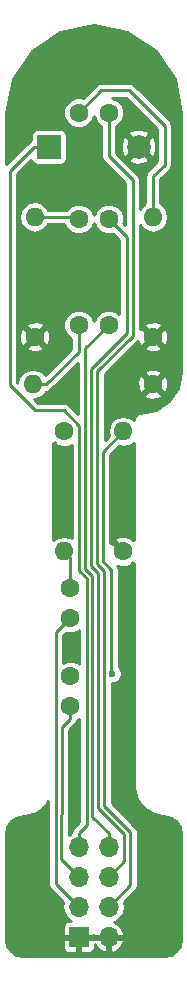
<source format=gtl>
G04 #@! TF.FileFunction,Copper,L1,Top,Signal*
%FSLAX46Y46*%
G04 Gerber Fmt 4.6, Leading zero omitted, Abs format (unit mm)*
G04 Created by KiCad (PCBNEW 4.0.6-e0-6349~53~ubuntu16.04.1) date Tue May  9 17:32:04 2017*
%MOMM*%
%LPD*%
G01*
G04 APERTURE LIST*
%ADD10C,0.100000*%
%ADD11R,1.700000X1.700000*%
%ADD12O,1.700000X1.700000*%
%ADD13C,1.600000*%
%ADD14O,1.600000X1.600000*%
%ADD15R,2.000000X2.000000*%
%ADD16C,2.000000*%
%ADD17C,0.600000*%
%ADD18C,0.250000*%
G04 APERTURE END LIST*
D10*
D11*
X6730000Y2190000D03*
D12*
X9270000Y2190000D03*
X6730000Y4730000D03*
X9270000Y4730000D03*
X6730000Y7270000D03*
X9270000Y7270000D03*
X6730000Y9810000D03*
X9270000Y9810000D03*
D13*
X13000000Y53000000D03*
D14*
X13000000Y63160000D03*
D13*
X3000000Y53000000D03*
D14*
X3000000Y63160000D03*
D13*
X13000000Y49000000D03*
D14*
X2840000Y49000000D03*
D13*
X5500000Y45000000D03*
D14*
X5500000Y34840000D03*
D13*
X10500000Y34840000D03*
D14*
X10500000Y45000000D03*
D15*
X4200000Y69100000D03*
D16*
X11800000Y69100000D03*
D13*
X6730000Y63000000D03*
X9270000Y63000000D03*
X6730000Y54000000D03*
X9270000Y54000000D03*
X6000000Y31770000D03*
X6000000Y29230000D03*
X6000000Y24270000D03*
X6000000Y21730000D03*
X6730000Y72000000D03*
X9270000Y72000000D03*
D17*
X6250000Y48750000D03*
X10250000Y38750000D03*
X5750000Y38750000D03*
X6500000Y26500000D03*
X6500000Y13500000D03*
X10500000Y13500000D03*
X9575030Y24500000D03*
D18*
X900000Y48900000D02*
X900000Y65700000D01*
X4200000Y69100000D02*
X2950000Y69100000D01*
X2950000Y69100000D02*
X900000Y67050000D01*
X900000Y67050000D02*
X900000Y65700000D01*
X6730000Y9810000D02*
X6730000Y11012081D01*
X6730000Y11012081D02*
X7400000Y11682081D01*
X7400000Y32571560D02*
X6800000Y33171560D01*
X7400000Y11682081D02*
X7400000Y32571560D01*
X6800000Y33171560D02*
X6800000Y45500000D01*
X6800000Y45500000D02*
X5500000Y46800000D01*
X5500000Y46800000D02*
X3000000Y46800000D01*
X3000000Y46800000D02*
X900000Y48900000D01*
X6730000Y72000000D02*
X8630000Y73900000D01*
X8630000Y73900000D02*
X11000000Y73900000D01*
X11000000Y73900000D02*
X14000000Y70900000D01*
X14000000Y70900000D02*
X14000000Y67600000D01*
X14000000Y67600000D02*
X13000000Y66600000D01*
X13000000Y66600000D02*
X13000000Y63160000D01*
X9270000Y9810000D02*
X9270000Y11012081D01*
X7300010Y52030010D02*
X9270000Y54000000D01*
X9270000Y11012081D02*
X7900010Y12382071D01*
X7900010Y12382071D02*
X7900010Y32778670D01*
X7900010Y32778670D02*
X7300010Y33378670D01*
X7300010Y33378670D02*
X7300010Y52030010D01*
X3000000Y63160000D02*
X6570000Y63160000D01*
X6570000Y63160000D02*
X6730000Y63000000D01*
X9270000Y7270000D02*
X10600000Y8600000D01*
X10600000Y8600000D02*
X10600000Y10900000D01*
X10600000Y10900000D02*
X8400020Y13099980D01*
X8400020Y13099980D02*
X8400020Y32985780D01*
X8400020Y32985780D02*
X7800020Y33585780D01*
X7800020Y33585780D02*
X7800020Y50307110D01*
X7800020Y50307110D02*
X10800000Y53307090D01*
X10800000Y53307090D02*
X10800000Y61470000D01*
X10800000Y61470000D02*
X10500000Y61770000D01*
X10500000Y61770000D02*
X9270000Y63000000D01*
X2840000Y49000000D02*
X3971370Y49000000D01*
X3971370Y49000000D02*
X6730000Y51758630D01*
X6730000Y51758630D02*
X6730000Y52922370D01*
X6730000Y52922370D02*
X6730000Y54000000D01*
X9270000Y4730000D02*
X11100010Y6560010D01*
X11100010Y6560010D02*
X11100010Y11107110D01*
X11100010Y11107110D02*
X8900030Y13307090D01*
X8900030Y13307090D02*
X8900030Y33192890D01*
X8900030Y33192890D02*
X8300030Y33792890D01*
X8300030Y33792890D02*
X8300030Y50100000D01*
X8300030Y50100000D02*
X11300000Y53099970D01*
X11300000Y53099970D02*
X11300000Y66300010D01*
X11300000Y66300010D02*
X9270000Y68330010D01*
X9270000Y68330010D02*
X9270000Y72000000D01*
X6000000Y31770000D02*
X6000000Y34340000D01*
X6000000Y34340000D02*
X5500000Y34840000D01*
X5238001Y8761999D02*
X5288002Y16238001D01*
X6000000Y21730000D02*
X6000000Y20652370D01*
X6000000Y20652370D02*
X5288002Y19940372D01*
X5288002Y19940372D02*
X5288002Y16238001D01*
X6730000Y7270000D02*
X5238001Y8761999D01*
X9500000Y33300040D02*
X8800040Y34000000D01*
X9500000Y24500000D02*
X9500000Y27000000D01*
X9500000Y27000000D02*
X9500000Y33300040D01*
X9575030Y24500000D02*
X9500000Y24500000D01*
X8800040Y34000000D02*
X8800040Y43300040D01*
X8800040Y43300040D02*
X10500000Y45000000D01*
X6730000Y4730000D02*
X4787992Y6672008D01*
X4787992Y6672008D02*
X4787992Y28017992D01*
X4787992Y28017992D02*
X6000000Y29230000D01*
G36*
X11347127Y33816094D02*
X11425000Y33893967D01*
X11425000Y15000000D01*
X11436048Y14944458D01*
X11436048Y14887823D01*
X11588289Y14122457D01*
X11588289Y14122456D01*
X11674146Y13915180D01*
X12107690Y13266336D01*
X12107691Y13266333D01*
X12187012Y13187012D01*
X12266332Y13107691D01*
X12266335Y13107690D01*
X12915180Y12674146D01*
X13122456Y12588289D01*
X13887818Y12436050D01*
X13887823Y12436048D01*
X14541012Y12306121D01*
X14999662Y11999662D01*
X15306120Y11541015D01*
X15425000Y10943365D01*
X15425000Y2056635D01*
X15306120Y1458985D01*
X14999662Y1000338D01*
X14541012Y693879D01*
X13943365Y575000D01*
X2056635Y575000D01*
X1458985Y693880D01*
X1000338Y1000338D01*
X693879Y1458988D01*
X598201Y1940000D01*
X5380000Y1940000D01*
X5380000Y1240544D01*
X5456121Y1056773D01*
X5596773Y916120D01*
X5780544Y840000D01*
X6480000Y840000D01*
X6605000Y965000D01*
X6605000Y2065000D01*
X6855000Y2065000D01*
X6855000Y965000D01*
X6980000Y840000D01*
X7679456Y840000D01*
X7863227Y916120D01*
X8003879Y1056773D01*
X8080000Y1240544D01*
X8080000Y1571129D01*
X8109038Y1501020D01*
X8461072Y1109184D01*
X8936258Y881893D01*
X9145000Y970789D01*
X9145000Y2065000D01*
X9395000Y2065000D01*
X9395000Y970789D01*
X9603742Y881893D01*
X10078928Y1109184D01*
X10430962Y1501020D01*
X10578097Y1856260D01*
X10488606Y2065000D01*
X9395000Y2065000D01*
X9145000Y2065000D01*
X8051394Y2065000D01*
X8022469Y1997531D01*
X7955000Y2065000D01*
X6855000Y2065000D01*
X6605000Y2065000D01*
X5505000Y2065000D01*
X5380000Y1940000D01*
X598201Y1940000D01*
X575000Y2056635D01*
X575000Y10943365D01*
X693879Y11541012D01*
X1000338Y11999662D01*
X1458985Y12306120D01*
X2112177Y12436048D01*
X2877544Y12588289D01*
X3084820Y12674146D01*
X3733664Y13107690D01*
X3733667Y13107691D01*
X3812988Y13187012D01*
X3892309Y13266332D01*
X3892310Y13266335D01*
X4162992Y13671439D01*
X4162992Y6672008D01*
X4210567Y6432831D01*
X4346050Y6230066D01*
X5435274Y5140842D01*
X5353552Y4730000D01*
X5456315Y4213377D01*
X5748958Y3775406D01*
X6101268Y3540000D01*
X5780544Y3540000D01*
X5596773Y3463880D01*
X5456121Y3323227D01*
X5380000Y3139456D01*
X5380000Y2440000D01*
X5505000Y2315000D01*
X6605000Y2315000D01*
X6605000Y2335000D01*
X6855000Y2335000D01*
X6855000Y2315000D01*
X7955000Y2315000D01*
X8022469Y2382469D01*
X8051394Y2315000D01*
X9145000Y2315000D01*
X9145000Y2335000D01*
X9395000Y2335000D01*
X9395000Y2315000D01*
X10488606Y2315000D01*
X10578097Y2523740D01*
X10430962Y2878980D01*
X10078928Y3270816D01*
X9687882Y3457861D01*
X9813071Y3482763D01*
X10251042Y3775406D01*
X10543685Y4213377D01*
X10646448Y4730000D01*
X10564726Y5140842D01*
X11541952Y6118068D01*
X11677435Y6320833D01*
X11725010Y6560010D01*
X11725010Y11107105D01*
X11725011Y11107110D01*
X11677435Y11346287D01*
X11541952Y11549052D01*
X11541949Y11549054D01*
X9525030Y13565974D01*
X9525030Y23700043D01*
X9733462Y23699861D01*
X10027602Y23821397D01*
X10252842Y24046245D01*
X10374891Y24340172D01*
X10375169Y24658432D01*
X10253633Y24952572D01*
X10125000Y25081429D01*
X10125000Y33300040D01*
X10077425Y33539217D01*
X10015145Y33632425D01*
X10313500Y33527717D01*
X10829885Y33556238D01*
X11174492Y33698979D01*
X11255856Y33907365D01*
X11347127Y33816094D01*
X11347127Y33816094D01*
G37*
X11347127Y33816094D02*
X11425000Y33893967D01*
X11425000Y15000000D01*
X11436048Y14944458D01*
X11436048Y14887823D01*
X11588289Y14122457D01*
X11588289Y14122456D01*
X11674146Y13915180D01*
X12107690Y13266336D01*
X12107691Y13266333D01*
X12187012Y13187012D01*
X12266332Y13107691D01*
X12266335Y13107690D01*
X12915180Y12674146D01*
X13122456Y12588289D01*
X13887818Y12436050D01*
X13887823Y12436048D01*
X14541012Y12306121D01*
X14999662Y11999662D01*
X15306120Y11541015D01*
X15425000Y10943365D01*
X15425000Y2056635D01*
X15306120Y1458985D01*
X14999662Y1000338D01*
X14541012Y693879D01*
X13943365Y575000D01*
X2056635Y575000D01*
X1458985Y693880D01*
X1000338Y1000338D01*
X693879Y1458988D01*
X598201Y1940000D01*
X5380000Y1940000D01*
X5380000Y1240544D01*
X5456121Y1056773D01*
X5596773Y916120D01*
X5780544Y840000D01*
X6480000Y840000D01*
X6605000Y965000D01*
X6605000Y2065000D01*
X6855000Y2065000D01*
X6855000Y965000D01*
X6980000Y840000D01*
X7679456Y840000D01*
X7863227Y916120D01*
X8003879Y1056773D01*
X8080000Y1240544D01*
X8080000Y1571129D01*
X8109038Y1501020D01*
X8461072Y1109184D01*
X8936258Y881893D01*
X9145000Y970789D01*
X9145000Y2065000D01*
X9395000Y2065000D01*
X9395000Y970789D01*
X9603742Y881893D01*
X10078928Y1109184D01*
X10430962Y1501020D01*
X10578097Y1856260D01*
X10488606Y2065000D01*
X9395000Y2065000D01*
X9145000Y2065000D01*
X8051394Y2065000D01*
X8022469Y1997531D01*
X7955000Y2065000D01*
X6855000Y2065000D01*
X6605000Y2065000D01*
X5505000Y2065000D01*
X5380000Y1940000D01*
X598201Y1940000D01*
X575000Y2056635D01*
X575000Y10943365D01*
X693879Y11541012D01*
X1000338Y11999662D01*
X1458985Y12306120D01*
X2112177Y12436048D01*
X2877544Y12588289D01*
X3084820Y12674146D01*
X3733664Y13107690D01*
X3733667Y13107691D01*
X3812988Y13187012D01*
X3892309Y13266332D01*
X3892310Y13266335D01*
X4162992Y13671439D01*
X4162992Y6672008D01*
X4210567Y6432831D01*
X4346050Y6230066D01*
X5435274Y5140842D01*
X5353552Y4730000D01*
X5456315Y4213377D01*
X5748958Y3775406D01*
X6101268Y3540000D01*
X5780544Y3540000D01*
X5596773Y3463880D01*
X5456121Y3323227D01*
X5380000Y3139456D01*
X5380000Y2440000D01*
X5505000Y2315000D01*
X6605000Y2315000D01*
X6605000Y2335000D01*
X6855000Y2335000D01*
X6855000Y2315000D01*
X7955000Y2315000D01*
X8022469Y2382469D01*
X8051394Y2315000D01*
X9145000Y2315000D01*
X9145000Y2335000D01*
X9395000Y2335000D01*
X9395000Y2315000D01*
X10488606Y2315000D01*
X10578097Y2523740D01*
X10430962Y2878980D01*
X10078928Y3270816D01*
X9687882Y3457861D01*
X9813071Y3482763D01*
X10251042Y3775406D01*
X10543685Y4213377D01*
X10646448Y4730000D01*
X10564726Y5140842D01*
X11541952Y6118068D01*
X11677435Y6320833D01*
X11725010Y6560010D01*
X11725010Y11107105D01*
X11725011Y11107110D01*
X11677435Y11346287D01*
X11541952Y11549052D01*
X11541949Y11549054D01*
X9525030Y13565974D01*
X9525030Y23700043D01*
X9733462Y23699861D01*
X10027602Y23821397D01*
X10252842Y24046245D01*
X10374891Y24340172D01*
X10375169Y24658432D01*
X10253633Y24952572D01*
X10125000Y25081429D01*
X10125000Y33300040D01*
X10077425Y33539217D01*
X10015145Y33632425D01*
X10313500Y33527717D01*
X10829885Y33556238D01*
X11174492Y33698979D01*
X11255856Y33907365D01*
X11347127Y33816094D01*
G36*
X6775000Y11940965D02*
X6288058Y11454023D01*
X6152575Y11251258D01*
X6105000Y11012081D01*
X6105000Y11002494D01*
X5876981Y10850136D01*
X5912988Y16233821D01*
X5912587Y16235912D01*
X5913002Y16238001D01*
X5913002Y19681488D01*
X6441942Y20210428D01*
X6577425Y20413192D01*
X6609672Y20575309D01*
X6735429Y20627271D01*
X6775000Y20666773D01*
X6775000Y11940965D01*
X6775000Y11940965D01*
G37*
X6775000Y11940965D02*
X6288058Y11454023D01*
X6152575Y11251258D01*
X6105000Y11012081D01*
X6105000Y11002494D01*
X5876981Y10850136D01*
X5912988Y16233821D01*
X5912587Y16235912D01*
X5913002Y16238001D01*
X5913002Y19681488D01*
X6441942Y20210428D01*
X6577425Y20413192D01*
X6609672Y20575309D01*
X6735429Y20627271D01*
X6775000Y20666773D01*
X6775000Y11940965D01*
G36*
X6775000Y25333731D02*
X6737353Y25371444D01*
X6259721Y25569774D01*
X5742548Y25570226D01*
X5412992Y25434056D01*
X5412992Y27759108D01*
X5629931Y27976047D01*
X5740279Y27930226D01*
X6257452Y27929774D01*
X6735429Y28127271D01*
X6775000Y28166773D01*
X6775000Y25333731D01*
X6775000Y25333731D01*
G37*
X6775000Y25333731D02*
X6737353Y25371444D01*
X6259721Y25569774D01*
X5742548Y25570226D01*
X5412992Y25434056D01*
X5412992Y27759108D01*
X5629931Y27976047D01*
X5740279Y27930226D01*
X6257452Y27929774D01*
X6735429Y28127271D01*
X6775000Y28166773D01*
X6775000Y25333731D01*
G36*
X11425000Y35786033D02*
X11347127Y35863906D01*
X11255856Y35772635D01*
X11174492Y35981021D01*
X10686500Y36152283D01*
X10170115Y36123762D01*
X9825508Y35981021D01*
X9744143Y35772634D01*
X10500000Y35016777D01*
X10514142Y35030919D01*
X10690919Y34854142D01*
X10676777Y34840000D01*
X10690919Y34825858D01*
X10514142Y34649081D01*
X10500000Y34663223D01*
X10485858Y34649081D01*
X10309081Y34825858D01*
X10323223Y34840000D01*
X9567366Y35595857D01*
X9425040Y35540286D01*
X9425040Y43041156D01*
X10131679Y43747795D01*
X10500000Y43674531D01*
X10997488Y43773488D01*
X11419239Y44055292D01*
X11425000Y44063914D01*
X11425000Y35786033D01*
X11425000Y35786033D01*
G37*
X11425000Y35786033D02*
X11347127Y35863906D01*
X11255856Y35772635D01*
X11174492Y35981021D01*
X10686500Y36152283D01*
X10170115Y36123762D01*
X9825508Y35981021D01*
X9744143Y35772634D01*
X10500000Y35016777D01*
X10514142Y35030919D01*
X10690919Y34854142D01*
X10676777Y34840000D01*
X10690919Y34825858D01*
X10514142Y34649081D01*
X10500000Y34663223D01*
X10485858Y34649081D01*
X10309081Y34825858D01*
X10323223Y34840000D01*
X9567366Y35595857D01*
X9425040Y35540286D01*
X9425040Y43041156D01*
X10131679Y43747795D01*
X10500000Y43674531D01*
X10997488Y43773488D01*
X11419239Y44055292D01*
X11425000Y44063914D01*
X11425000Y35786033D01*
G36*
X4825508Y43858979D02*
X5313500Y43687717D01*
X5829885Y43716238D01*
X6174492Y43858979D01*
X6175000Y43860280D01*
X6175000Y35947903D01*
X5997488Y36066512D01*
X5500000Y36165469D01*
X5002512Y36066512D01*
X4580761Y35784708D01*
X4575000Y35776086D01*
X4575000Y44053967D01*
X4652873Y43976094D01*
X4744144Y44067365D01*
X4825508Y43858979D01*
X4825508Y43858979D01*
G37*
X4825508Y43858979D02*
X5313500Y43687717D01*
X5829885Y43716238D01*
X6174492Y43858979D01*
X6175000Y43860280D01*
X6175000Y35947903D01*
X5997488Y36066512D01*
X5500000Y36165469D01*
X5002512Y36066512D01*
X4580761Y35784708D01*
X4575000Y35776086D01*
X4575000Y44053967D01*
X4652873Y43976094D01*
X4744144Y44067365D01*
X4825508Y43858979D01*
G36*
X10837114Y78849397D02*
X13242302Y77242302D01*
X14849397Y74837114D01*
X15425000Y71943370D01*
X15425000Y50056635D01*
X15153879Y48693619D01*
X14413875Y47586125D01*
X13306381Y46846121D01*
X11887823Y46563952D01*
X11835501Y46542279D01*
X11779957Y46531231D01*
X11732869Y46499768D01*
X11680547Y46478095D01*
X11640500Y46438048D01*
X11593414Y46406586D01*
X11561952Y46359500D01*
X11521905Y46319453D01*
X11500232Y46267131D01*
X11468769Y46220043D01*
X11457721Y46164499D01*
X11436048Y46112177D01*
X11436048Y46055542D01*
X11425000Y46000000D01*
X11425000Y45936086D01*
X11419239Y45944708D01*
X10997488Y46226512D01*
X10500000Y46325469D01*
X10002512Y46226512D01*
X9580761Y45944708D01*
X9298957Y45522957D01*
X9200000Y45025469D01*
X9200000Y44974531D01*
X9264813Y44648696D01*
X8925030Y44308914D01*
X8925030Y48067366D01*
X12244143Y48067366D01*
X12325508Y47858979D01*
X12813500Y47687717D01*
X13329885Y47716238D01*
X13674492Y47858979D01*
X13755857Y48067366D01*
X13000000Y48823223D01*
X12244143Y48067366D01*
X8925030Y48067366D01*
X8925030Y49186500D01*
X11687717Y49186500D01*
X11716238Y48670115D01*
X11858979Y48325508D01*
X12067366Y48244143D01*
X12823223Y49000000D01*
X13176777Y49000000D01*
X13932634Y48244143D01*
X14141021Y48325508D01*
X14312283Y48813500D01*
X14283762Y49329885D01*
X14141021Y49674492D01*
X13932634Y49755857D01*
X13176777Y49000000D01*
X12823223Y49000000D01*
X12067366Y49755857D01*
X11858979Y49674492D01*
X11687717Y49186500D01*
X8925030Y49186500D01*
X8925030Y49841116D01*
X9016548Y49932634D01*
X12244143Y49932634D01*
X13000000Y49176777D01*
X13755857Y49932634D01*
X13674492Y50141021D01*
X13186500Y50312283D01*
X12670115Y50283762D01*
X12325508Y50141021D01*
X12244143Y49932634D01*
X9016548Y49932634D01*
X11151280Y52067366D01*
X12244143Y52067366D01*
X12325508Y51858979D01*
X12813500Y51687717D01*
X13329885Y51716238D01*
X13674492Y51858979D01*
X13755857Y52067366D01*
X13000000Y52823223D01*
X12244143Y52067366D01*
X11151280Y52067366D01*
X11727307Y52643393D01*
X11858979Y52325508D01*
X12067366Y52244143D01*
X12823223Y53000000D01*
X13176777Y53000000D01*
X13932634Y52244143D01*
X14141021Y52325508D01*
X14312283Y52813500D01*
X14283762Y53329885D01*
X14141021Y53674492D01*
X13932634Y53755857D01*
X13176777Y53000000D01*
X12823223Y53000000D01*
X12067366Y53755857D01*
X11925000Y53700270D01*
X11925000Y53932634D01*
X12244143Y53932634D01*
X13000000Y53176777D01*
X13755857Y53932634D01*
X13674492Y54141021D01*
X13186500Y54312283D01*
X12670115Y54283762D01*
X12325508Y54141021D01*
X12244143Y53932634D01*
X11925000Y53932634D01*
X11925000Y62448406D01*
X12080761Y62215292D01*
X12502512Y61933488D01*
X13000000Y61834531D01*
X13497488Y61933488D01*
X13919239Y62215292D01*
X14201043Y62637043D01*
X14300000Y63134531D01*
X14300000Y63185469D01*
X14201043Y63682957D01*
X13919239Y64104708D01*
X13625000Y64301312D01*
X13625000Y66341116D01*
X14441939Y67158056D01*
X14441942Y67158058D01*
X14577425Y67360823D01*
X14625001Y67600000D01*
X14625000Y67600005D01*
X14625000Y70899995D01*
X14625001Y70900000D01*
X14577425Y71139177D01*
X14441942Y71341942D01*
X11441942Y74341942D01*
X11239177Y74477425D01*
X11000000Y74525000D01*
X8630005Y74525000D01*
X8630000Y74525001D01*
X8390823Y74477425D01*
X8188058Y74341942D01*
X7100069Y73253953D01*
X6989721Y73299774D01*
X6472548Y73300226D01*
X5994571Y73102729D01*
X5628556Y72737353D01*
X5430226Y72259721D01*
X5429774Y71742548D01*
X5627271Y71264571D01*
X5992647Y70898556D01*
X6470279Y70700226D01*
X6987452Y70699774D01*
X7465429Y70897271D01*
X7831444Y71262647D01*
X8000170Y71668985D01*
X8167271Y71264571D01*
X8532647Y70898556D01*
X8645000Y70851903D01*
X8645000Y68330010D01*
X8692575Y68090833D01*
X8828058Y67888068D01*
X10675000Y66041127D01*
X10675000Y62478884D01*
X10523953Y62629931D01*
X10569774Y62740279D01*
X10570226Y63257452D01*
X10372729Y63735429D01*
X10007353Y64101444D01*
X9529721Y64299774D01*
X9012548Y64300226D01*
X8534571Y64102729D01*
X8168556Y63737353D01*
X7999830Y63331015D01*
X7832729Y63735429D01*
X7467353Y64101444D01*
X6989721Y64299774D01*
X6472548Y64300226D01*
X5994571Y64102729D01*
X5676286Y63785000D01*
X4132860Y63785000D01*
X3919239Y64104708D01*
X3497488Y64386512D01*
X3000000Y64485469D01*
X2502512Y64386512D01*
X2080761Y64104708D01*
X1798957Y63682957D01*
X1700000Y63185469D01*
X1700000Y63134531D01*
X1798957Y62637043D01*
X2080761Y62215292D01*
X2502512Y61933488D01*
X3000000Y61834531D01*
X3497488Y61933488D01*
X3919239Y62215292D01*
X4132860Y62535000D01*
X5515531Y62535000D01*
X5627271Y62264571D01*
X5992647Y61898556D01*
X6470279Y61700226D01*
X6987452Y61699774D01*
X7465429Y61897271D01*
X7831444Y62262647D01*
X8000170Y62668985D01*
X8167271Y62264571D01*
X8532647Y61898556D01*
X9010279Y61700226D01*
X9527452Y61699774D01*
X9639885Y61746231D01*
X10175000Y61211116D01*
X10175000Y54933504D01*
X10007353Y55101444D01*
X9529721Y55299774D01*
X9012548Y55300226D01*
X8534571Y55102729D01*
X8168556Y54737353D01*
X7999830Y54331015D01*
X7832729Y54735429D01*
X7467353Y55101444D01*
X6989721Y55299774D01*
X6472548Y55300226D01*
X5994571Y55102729D01*
X5628556Y54737353D01*
X5430226Y54259721D01*
X5429774Y53742548D01*
X5627271Y53264571D01*
X5992647Y52898556D01*
X6105000Y52851903D01*
X6105000Y52017514D01*
X3873635Y49786149D01*
X3784708Y49919239D01*
X3362957Y50201043D01*
X2865469Y50300000D01*
X2814531Y50300000D01*
X2317043Y50201043D01*
X1895292Y49919239D01*
X1613488Y49497488D01*
X1542629Y49141255D01*
X1525000Y49158884D01*
X1525000Y52067366D01*
X2244143Y52067366D01*
X2325508Y51858979D01*
X2813500Y51687717D01*
X3329885Y51716238D01*
X3674492Y51858979D01*
X3755857Y52067366D01*
X3000000Y52823223D01*
X2244143Y52067366D01*
X1525000Y52067366D01*
X1525000Y53186500D01*
X1687717Y53186500D01*
X1716238Y52670115D01*
X1858979Y52325508D01*
X2067366Y52244143D01*
X2823223Y53000000D01*
X3176777Y53000000D01*
X3932634Y52244143D01*
X4141021Y52325508D01*
X4312283Y52813500D01*
X4283762Y53329885D01*
X4141021Y53674492D01*
X3932634Y53755857D01*
X3176777Y53000000D01*
X2823223Y53000000D01*
X2067366Y53755857D01*
X1858979Y53674492D01*
X1687717Y53186500D01*
X1525000Y53186500D01*
X1525000Y53932634D01*
X2244143Y53932634D01*
X3000000Y53176777D01*
X3755857Y53932634D01*
X3674492Y54141021D01*
X3186500Y54312283D01*
X2670115Y54283762D01*
X2325508Y54141021D01*
X2244143Y53932634D01*
X1525000Y53932634D01*
X1525000Y66791116D01*
X2712958Y67979074D01*
X2725069Y67914711D01*
X2834575Y67744535D01*
X3001661Y67630370D01*
X3200000Y67590205D01*
X5200000Y67590205D01*
X5385289Y67625069D01*
X5555465Y67734575D01*
X5669630Y67901661D01*
X5709795Y68100000D01*
X5709795Y70100000D01*
X5674931Y70285289D01*
X5565425Y70455465D01*
X5398339Y70569630D01*
X5200000Y70609795D01*
X3200000Y70609795D01*
X3014711Y70574931D01*
X2844535Y70465425D01*
X2730370Y70298339D01*
X2690205Y70100000D01*
X2690205Y69663649D01*
X2508058Y69541942D01*
X575000Y67608884D01*
X575000Y71943365D01*
X1150603Y74837114D01*
X2757698Y77242302D01*
X5162886Y78849397D01*
X7999998Y79413735D01*
X10837114Y78849397D01*
X10837114Y78849397D01*
G37*
X10837114Y78849397D02*
X13242302Y77242302D01*
X14849397Y74837114D01*
X15425000Y71943370D01*
X15425000Y50056635D01*
X15153879Y48693619D01*
X14413875Y47586125D01*
X13306381Y46846121D01*
X11887823Y46563952D01*
X11835501Y46542279D01*
X11779957Y46531231D01*
X11732869Y46499768D01*
X11680547Y46478095D01*
X11640500Y46438048D01*
X11593414Y46406586D01*
X11561952Y46359500D01*
X11521905Y46319453D01*
X11500232Y46267131D01*
X11468769Y46220043D01*
X11457721Y46164499D01*
X11436048Y46112177D01*
X11436048Y46055542D01*
X11425000Y46000000D01*
X11425000Y45936086D01*
X11419239Y45944708D01*
X10997488Y46226512D01*
X10500000Y46325469D01*
X10002512Y46226512D01*
X9580761Y45944708D01*
X9298957Y45522957D01*
X9200000Y45025469D01*
X9200000Y44974531D01*
X9264813Y44648696D01*
X8925030Y44308914D01*
X8925030Y48067366D01*
X12244143Y48067366D01*
X12325508Y47858979D01*
X12813500Y47687717D01*
X13329885Y47716238D01*
X13674492Y47858979D01*
X13755857Y48067366D01*
X13000000Y48823223D01*
X12244143Y48067366D01*
X8925030Y48067366D01*
X8925030Y49186500D01*
X11687717Y49186500D01*
X11716238Y48670115D01*
X11858979Y48325508D01*
X12067366Y48244143D01*
X12823223Y49000000D01*
X13176777Y49000000D01*
X13932634Y48244143D01*
X14141021Y48325508D01*
X14312283Y48813500D01*
X14283762Y49329885D01*
X14141021Y49674492D01*
X13932634Y49755857D01*
X13176777Y49000000D01*
X12823223Y49000000D01*
X12067366Y49755857D01*
X11858979Y49674492D01*
X11687717Y49186500D01*
X8925030Y49186500D01*
X8925030Y49841116D01*
X9016548Y49932634D01*
X12244143Y49932634D01*
X13000000Y49176777D01*
X13755857Y49932634D01*
X13674492Y50141021D01*
X13186500Y50312283D01*
X12670115Y50283762D01*
X12325508Y50141021D01*
X12244143Y49932634D01*
X9016548Y49932634D01*
X11151280Y52067366D01*
X12244143Y52067366D01*
X12325508Y51858979D01*
X12813500Y51687717D01*
X13329885Y51716238D01*
X13674492Y51858979D01*
X13755857Y52067366D01*
X13000000Y52823223D01*
X12244143Y52067366D01*
X11151280Y52067366D01*
X11727307Y52643393D01*
X11858979Y52325508D01*
X12067366Y52244143D01*
X12823223Y53000000D01*
X13176777Y53000000D01*
X13932634Y52244143D01*
X14141021Y52325508D01*
X14312283Y52813500D01*
X14283762Y53329885D01*
X14141021Y53674492D01*
X13932634Y53755857D01*
X13176777Y53000000D01*
X12823223Y53000000D01*
X12067366Y53755857D01*
X11925000Y53700270D01*
X11925000Y53932634D01*
X12244143Y53932634D01*
X13000000Y53176777D01*
X13755857Y53932634D01*
X13674492Y54141021D01*
X13186500Y54312283D01*
X12670115Y54283762D01*
X12325508Y54141021D01*
X12244143Y53932634D01*
X11925000Y53932634D01*
X11925000Y62448406D01*
X12080761Y62215292D01*
X12502512Y61933488D01*
X13000000Y61834531D01*
X13497488Y61933488D01*
X13919239Y62215292D01*
X14201043Y62637043D01*
X14300000Y63134531D01*
X14300000Y63185469D01*
X14201043Y63682957D01*
X13919239Y64104708D01*
X13625000Y64301312D01*
X13625000Y66341116D01*
X14441939Y67158056D01*
X14441942Y67158058D01*
X14577425Y67360823D01*
X14625001Y67600000D01*
X14625000Y67600005D01*
X14625000Y70899995D01*
X14625001Y70900000D01*
X14577425Y71139177D01*
X14441942Y71341942D01*
X11441942Y74341942D01*
X11239177Y74477425D01*
X11000000Y74525000D01*
X8630005Y74525000D01*
X8630000Y74525001D01*
X8390823Y74477425D01*
X8188058Y74341942D01*
X7100069Y73253953D01*
X6989721Y73299774D01*
X6472548Y73300226D01*
X5994571Y73102729D01*
X5628556Y72737353D01*
X5430226Y72259721D01*
X5429774Y71742548D01*
X5627271Y71264571D01*
X5992647Y70898556D01*
X6470279Y70700226D01*
X6987452Y70699774D01*
X7465429Y70897271D01*
X7831444Y71262647D01*
X8000170Y71668985D01*
X8167271Y71264571D01*
X8532647Y70898556D01*
X8645000Y70851903D01*
X8645000Y68330010D01*
X8692575Y68090833D01*
X8828058Y67888068D01*
X10675000Y66041127D01*
X10675000Y62478884D01*
X10523953Y62629931D01*
X10569774Y62740279D01*
X10570226Y63257452D01*
X10372729Y63735429D01*
X10007353Y64101444D01*
X9529721Y64299774D01*
X9012548Y64300226D01*
X8534571Y64102729D01*
X8168556Y63737353D01*
X7999830Y63331015D01*
X7832729Y63735429D01*
X7467353Y64101444D01*
X6989721Y64299774D01*
X6472548Y64300226D01*
X5994571Y64102729D01*
X5676286Y63785000D01*
X4132860Y63785000D01*
X3919239Y64104708D01*
X3497488Y64386512D01*
X3000000Y64485469D01*
X2502512Y64386512D01*
X2080761Y64104708D01*
X1798957Y63682957D01*
X1700000Y63185469D01*
X1700000Y63134531D01*
X1798957Y62637043D01*
X2080761Y62215292D01*
X2502512Y61933488D01*
X3000000Y61834531D01*
X3497488Y61933488D01*
X3919239Y62215292D01*
X4132860Y62535000D01*
X5515531Y62535000D01*
X5627271Y62264571D01*
X5992647Y61898556D01*
X6470279Y61700226D01*
X6987452Y61699774D01*
X7465429Y61897271D01*
X7831444Y62262647D01*
X8000170Y62668985D01*
X8167271Y62264571D01*
X8532647Y61898556D01*
X9010279Y61700226D01*
X9527452Y61699774D01*
X9639885Y61746231D01*
X10175000Y61211116D01*
X10175000Y54933504D01*
X10007353Y55101444D01*
X9529721Y55299774D01*
X9012548Y55300226D01*
X8534571Y55102729D01*
X8168556Y54737353D01*
X7999830Y54331015D01*
X7832729Y54735429D01*
X7467353Y55101444D01*
X6989721Y55299774D01*
X6472548Y55300226D01*
X5994571Y55102729D01*
X5628556Y54737353D01*
X5430226Y54259721D01*
X5429774Y53742548D01*
X5627271Y53264571D01*
X5992647Y52898556D01*
X6105000Y52851903D01*
X6105000Y52017514D01*
X3873635Y49786149D01*
X3784708Y49919239D01*
X3362957Y50201043D01*
X2865469Y50300000D01*
X2814531Y50300000D01*
X2317043Y50201043D01*
X1895292Y49919239D01*
X1613488Y49497488D01*
X1542629Y49141255D01*
X1525000Y49158884D01*
X1525000Y52067366D01*
X2244143Y52067366D01*
X2325508Y51858979D01*
X2813500Y51687717D01*
X3329885Y51716238D01*
X3674492Y51858979D01*
X3755857Y52067366D01*
X3000000Y52823223D01*
X2244143Y52067366D01*
X1525000Y52067366D01*
X1525000Y53186500D01*
X1687717Y53186500D01*
X1716238Y52670115D01*
X1858979Y52325508D01*
X2067366Y52244143D01*
X2823223Y53000000D01*
X3176777Y53000000D01*
X3932634Y52244143D01*
X4141021Y52325508D01*
X4312283Y52813500D01*
X4283762Y53329885D01*
X4141021Y53674492D01*
X3932634Y53755857D01*
X3176777Y53000000D01*
X2823223Y53000000D01*
X2067366Y53755857D01*
X1858979Y53674492D01*
X1687717Y53186500D01*
X1525000Y53186500D01*
X1525000Y53932634D01*
X2244143Y53932634D01*
X3000000Y53176777D01*
X3755857Y53932634D01*
X3674492Y54141021D01*
X3186500Y54312283D01*
X2670115Y54283762D01*
X2325508Y54141021D01*
X2244143Y53932634D01*
X1525000Y53932634D01*
X1525000Y66791116D01*
X2712958Y67979074D01*
X2725069Y67914711D01*
X2834575Y67744535D01*
X3001661Y67630370D01*
X3200000Y67590205D01*
X5200000Y67590205D01*
X5385289Y67625069D01*
X5555465Y67734575D01*
X5669630Y67901661D01*
X5709795Y68100000D01*
X5709795Y70100000D01*
X5674931Y70285289D01*
X5565425Y70455465D01*
X5398339Y70569630D01*
X5200000Y70609795D01*
X3200000Y70609795D01*
X3014711Y70574931D01*
X2844535Y70465425D01*
X2730370Y70298339D01*
X2690205Y70100000D01*
X2690205Y69663649D01*
X2508058Y69541942D01*
X575000Y67608884D01*
X575000Y71943365D01*
X1150603Y74837114D01*
X2757698Y77242302D01*
X5162886Y78849397D01*
X7999998Y79413735D01*
X10837114Y78849397D01*
G36*
X5690919Y45014142D02*
X5676777Y45000000D01*
X5690919Y44985858D01*
X5514142Y44809081D01*
X5500000Y44823223D01*
X5485858Y44809081D01*
X5309081Y44985858D01*
X5323223Y45000000D01*
X5309081Y45014142D01*
X5485858Y45190919D01*
X5500000Y45176777D01*
X5514142Y45190919D01*
X5690919Y45014142D01*
X5690919Y45014142D01*
G37*
X5690919Y45014142D02*
X5676777Y45000000D01*
X5690919Y44985858D01*
X5514142Y44809081D01*
X5500000Y44823223D01*
X5485858Y44809081D01*
X5309081Y44985858D01*
X5323223Y45000000D01*
X5309081Y45014142D01*
X5485858Y45190919D01*
X5500000Y45176777D01*
X5514142Y45190919D01*
X5690919Y45014142D01*
G36*
X6675010Y46508873D02*
X5941942Y47241942D01*
X5739177Y47377425D01*
X5500000Y47425000D01*
X3258883Y47425000D01*
X2964237Y47719646D01*
X3362957Y47798957D01*
X3784708Y48080761D01*
X3982835Y48377281D01*
X4210547Y48422575D01*
X4413312Y48558058D01*
X6675010Y50819756D01*
X6675010Y46508873D01*
X6675010Y46508873D01*
G37*
X6675010Y46508873D02*
X5941942Y47241942D01*
X5739177Y47377425D01*
X5500000Y47425000D01*
X3258883Y47425000D01*
X2964237Y47719646D01*
X3362957Y47798957D01*
X3784708Y48080761D01*
X3982835Y48377281D01*
X4210547Y48422575D01*
X4413312Y48558058D01*
X6675010Y50819756D01*
X6675010Y46508873D01*
G36*
X13375000Y70641116D02*
X13375000Y67858883D01*
X12558058Y67041942D01*
X12422575Y66839177D01*
X12375000Y66600000D01*
X12375000Y64301312D01*
X12080761Y64104708D01*
X11925000Y63871594D01*
X11925000Y66300005D01*
X11925001Y66300010D01*
X11877425Y66539187D01*
X11831407Y66608058D01*
X11741942Y66741952D01*
X11741939Y66741954D01*
X10461393Y68022501D01*
X10899278Y68022501D01*
X11005184Y67793367D01*
X11565712Y67588666D01*
X12161909Y67614052D01*
X12594816Y67793367D01*
X12700722Y68022501D01*
X11800000Y68923223D01*
X10899278Y68022501D01*
X10461393Y68022501D01*
X9895000Y68588894D01*
X9895000Y69334288D01*
X10288666Y69334288D01*
X10314052Y68738091D01*
X10493367Y68305184D01*
X10722501Y68199278D01*
X11623223Y69100000D01*
X11976777Y69100000D01*
X12877499Y68199278D01*
X13106633Y68305184D01*
X13311334Y68865712D01*
X13285948Y69461909D01*
X13106633Y69894816D01*
X12877499Y70000722D01*
X11976777Y69100000D01*
X11623223Y69100000D01*
X10722501Y70000722D01*
X10493367Y69894816D01*
X10288666Y69334288D01*
X9895000Y69334288D01*
X9895000Y70177499D01*
X10899278Y70177499D01*
X11800000Y69276777D01*
X12700722Y70177499D01*
X12594816Y70406633D01*
X12034288Y70611334D01*
X11438091Y70585948D01*
X11005184Y70406633D01*
X10899278Y70177499D01*
X9895000Y70177499D01*
X9895000Y70851642D01*
X10005429Y70897271D01*
X10371444Y71262647D01*
X10569774Y71740279D01*
X10570226Y72257452D01*
X10372729Y72735429D01*
X10007353Y73101444D01*
X9589383Y73275000D01*
X10741116Y73275000D01*
X13375000Y70641116D01*
X13375000Y70641116D01*
G37*
X13375000Y70641116D02*
X13375000Y67858883D01*
X12558058Y67041942D01*
X12422575Y66839177D01*
X12375000Y66600000D01*
X12375000Y64301312D01*
X12080761Y64104708D01*
X11925000Y63871594D01*
X11925000Y66300005D01*
X11925001Y66300010D01*
X11877425Y66539187D01*
X11831407Y66608058D01*
X11741942Y66741952D01*
X11741939Y66741954D01*
X10461393Y68022501D01*
X10899278Y68022501D01*
X11005184Y67793367D01*
X11565712Y67588666D01*
X12161909Y67614052D01*
X12594816Y67793367D01*
X12700722Y68022501D01*
X11800000Y68923223D01*
X10899278Y68022501D01*
X10461393Y68022501D01*
X9895000Y68588894D01*
X9895000Y69334288D01*
X10288666Y69334288D01*
X10314052Y68738091D01*
X10493367Y68305184D01*
X10722501Y68199278D01*
X11623223Y69100000D01*
X11976777Y69100000D01*
X12877499Y68199278D01*
X13106633Y68305184D01*
X13311334Y68865712D01*
X13285948Y69461909D01*
X13106633Y69894816D01*
X12877499Y70000722D01*
X11976777Y69100000D01*
X11623223Y69100000D01*
X10722501Y70000722D01*
X10493367Y69894816D01*
X10288666Y69334288D01*
X9895000Y69334288D01*
X9895000Y70177499D01*
X10899278Y70177499D01*
X11800000Y69276777D01*
X12700722Y70177499D01*
X12594816Y70406633D01*
X12034288Y70611334D01*
X11438091Y70585948D01*
X11005184Y70406633D01*
X10899278Y70177499D01*
X9895000Y70177499D01*
X9895000Y70851642D01*
X10005429Y70897271D01*
X10371444Y71262647D01*
X10569774Y71740279D01*
X10570226Y72257452D01*
X10372729Y72735429D01*
X10007353Y73101444D01*
X9589383Y73275000D01*
X10741116Y73275000D01*
X13375000Y70641116D01*
M02*

</source>
